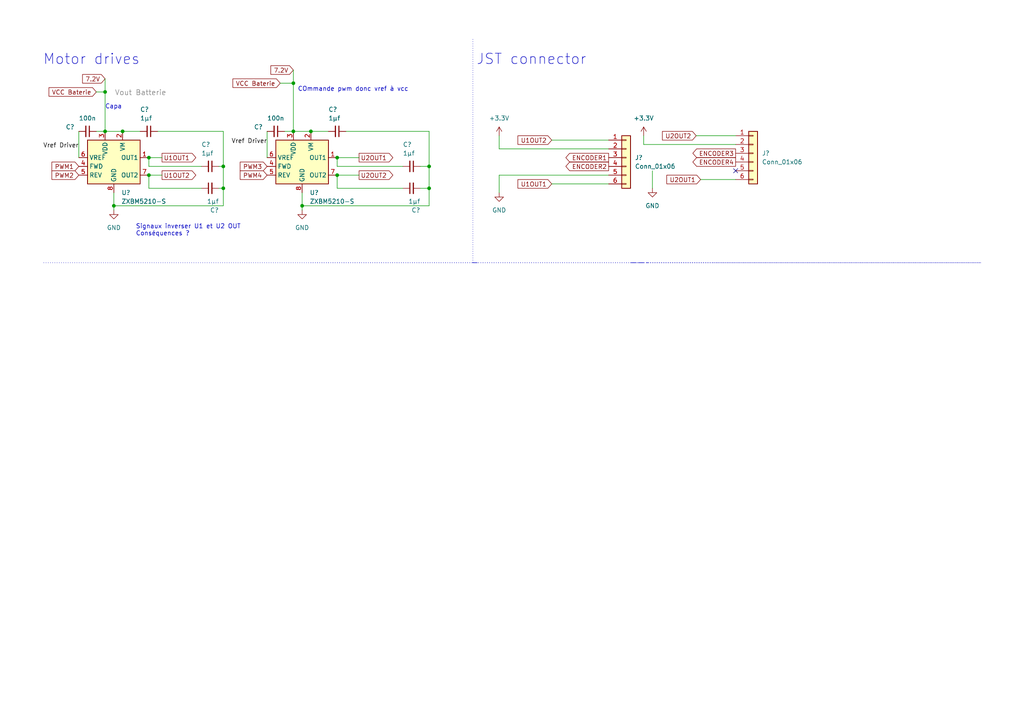
<source format=kicad_sch>
(kicad_sch (version 20230121) (generator eeschema)
  (paper "A4")
  (lib_symbols
    (symbol "Connector_Generic:Conn_01x06" (pin_names (offset 1.016) hide)
      (property "Reference" "J" (at 0 7.62 0))
      (property "Value" "Conn_01x06" (at 0 -10.16 0))
      (symbol "Conn_01x06_1_1"
        (rectangle (start -1.27 -7.493) (end 0 -7.747) (stroke (width 0.1524)))
        (rectangle (start -1.27 -4.953) (end 0 -5.207) (stroke (width 0.1524)))
        (rectangle (start -1.27 -2.413) (end 0 -2.667) (stroke (width 0.1524)))
        (rectangle (start -1.27 0.127) (end 0 -0.127) (stroke (width 0.1524)))
        (rectangle (start -1.27 2.667) (end 0 2.413) (stroke (width 0.1524)))
        (rectangle (start -1.27 5.207) (end 0 4.953) (stroke (width 0.1524)))
        (rectangle (start -1.27 6.35) (end 1.27 -8.89) (stroke (width 0.254)) (fill (type background)))
        (pin passive line (at -5.08 5.08 0) (length 3.81) (name "Pin_1") (number "1"))
        (pin passive line (at -5.08 2.54 0) (length 3.81) (name "Pin_2") (number "2"))
        (pin passive line (at -5.08 0 0) (length 3.81) (name "Pin_3") (number "3"))
        (pin passive line (at -5.08 -2.54 0) (length 3.81) (name "Pin_4") (number "4"))
        (pin passive line (at -5.08 -5.08 0) (length 3.81) (name "Pin_5") (number "5"))
        (pin passive line (at -5.08 -7.62 0) (length 3.81) (name "Pin_6") (number "6"))
      )
    )
    (symbol "Device:C_Small" (pin_numbers hide) (pin_names (offset 0.254) hide)
      (property "Reference" "C" (at 0.254 1.778 0))
      (property "Value" "C_Small" (at 0.254 -2.032 0))
      (symbol "C_Small_0_1"
        (polyline (pts (xy -1.524 -0.508) (xy 1.524 -0.508)) (stroke (width 0.3302)))
        (polyline (pts (xy -1.524 0.508) (xy 1.524 0.508)) (stroke (width 0.3048)))
      )
      (symbol "C_Small_1_1"
        (pin passive line (at 0 2.54 270) (length 2.032) (name "~") (number "1"))
        (pin passive line (at 0 -2.54 90) (length 2.032) (name "~") (number "2"))
      )
    )
    (symbol "Driver_Motor:ZXBM5210-S"
      (property "Reference" "U" (at -7.62 8.89 0))
      (property "Value" "ZXBM5210-S" (at 10.16 8.89 0))
      (symbol "ZXBM5210-S_0_0"
        (pin output line (at 10.16 2.54 180) (length 2.54) (name "OUT1") (number "1"))
        (pin power_in line (at 2.54 10.16 270) (length 2.54) (name "VM") (number "2"))
        (pin power_in line (at -2.54 10.16 270) (length 2.54) (name "VDD") (number "3"))
        (pin input line (at -10.16 0 0) (length 2.54) (name "FWD") (number "4"))
        (pin input line (at -10.16 -2.54 0) (length 2.54) (name "REV") (number "5"))
        (pin input line (at -10.16 2.54 0) (length 2.54) (name "VREF") (number "6"))
        (pin output line (at 10.16 -2.54 180) (length 2.54) (name "OUT2") (number "7"))
        (pin power_in line (at 0 -7.62 90) (length 2.54) (name "GND") (number "8"))
      )
      (symbol "ZXBM5210-S_0_1"
        (rectangle (start -7.62 7.62) (end 7.62 -5.08) (stroke (width 0.254)) (fill (type background)))
      )
    )
    (symbol "power:+3.3V" (power) (pin_names (offset 0))
      (property "Value" "+3.3V" (at 0 3.556 0))
      (symbol "+3.3V_0_1"
        (polyline (pts (xy -0.762 1.27) (xy 0 2.54)))
        (polyline (pts (xy 0 0) (xy 0 2.54)))
        (polyline (pts (xy 0 2.54) (xy 0.762 1.27)))
      )
      (symbol "+3.3V_1_1"
        (pin power_in line (at 0 0 90) (length 0) hide (name "+3.3V") (number "1"))
      )
    )
    (symbol "power:GND" (power) (pin_names (offset 0))
      (property "Value" "GND" (at 0 -3.81 0))
      (symbol "GND_0_1"
        (polyline (pts (xy 0 0) (xy 0 -1.27) (xy 1.27 -1.27) (xy 0 -2.54) (xy -1.27 -1.27) (xy 0 -1.27)))
      )
      (symbol "GND_1_1"
        (pin power_in line (at 0 0 270) (length 0) hide (name "GND") (number "1"))
      )
    )
  )
  (junction (at 64.77 54.61))
  (junction (at 97.79 45.72))
  (junction (at 33.02 59.69))
  (junction (at 43.18 45.72))
  (junction (at 30.48 38.1))
  (junction (at 97.79 50.8))
  (junction (at 124.46 48.26))
  (junction (at 124.46 54.61))
  (junction (at 87.63 59.69))
  (junction (at 85.09 24.13))
  (junction (at 43.18 50.8))
  (junction (at 85.09 38.1))
  (junction (at 64.77 48.26))
  (junction (at 30.48 26.67))
  (junction (at 35.56 38.1))
  (junction (at 90.17 38.1))
  (no_connect (at 213.36 49.53))
  (wire (pts (xy 30.48 26.67) (xy 30.48 38.1)))
  (wire (pts (xy 121.92 48.26) (xy 124.46 48.26)))
  (wire (pts (xy 64.77 48.26) (xy 64.77 54.61)))
  (wire (pts (xy 201.93 39.37) (xy 213.36 39.37)))
  (wire (pts (xy 186.69 41.91) (xy 213.36 41.91)))
  (wire (pts (xy 43.18 48.26) (xy 58.42 48.26)))
  (polyline (pts (xy 12.7 76.2) (xy 284.48 76.2)) (stroke (width 0) (type dot)))
  (wire (pts (xy 46.99 50.8) (xy 43.18 50.8)))
  (wire (pts (xy 160.02 40.64) (xy 176.53 40.64)))
  (wire (pts (xy 176.53 50.8) (xy 144.78 50.8)))
  (wire (pts (xy 160.02 53.34) (xy 176.53 53.34)))
  (wire (pts (xy 87.63 59.69) (xy 87.63 55.88)))
  (polyline (pts (xy 137.16 76.2) (xy 138.43 76.2)))
  (wire (pts (xy 64.77 54.61) (xy 64.77 59.69)))
  (wire (pts (xy 97.79 45.72) (xy 97.79 48.26)))
  (polyline (pts (xy 212.09 76.2) (xy 284.48 76.2)) (stroke (width 0) (type dot)))
  (wire (pts (xy 203.2 52.07) (xy 213.36 52.07)))
  (wire (pts (xy 30.48 22.86) (xy 30.48 26.67)))
  (wire (pts (xy 43.18 50.8) (xy 43.18 54.61)))
  (wire (pts (xy 43.18 54.61) (xy 58.42 54.61)))
  (wire (pts (xy 22.86 45.72) (xy 22.86 38.1)))
  (wire (pts (xy 104.14 50.8) (xy 97.79 50.8)))
  (wire (pts (xy 30.48 38.1) (xy 35.56 38.1)))
  (wire (pts (xy 144.78 50.8) (xy 144.78 55.88)))
  (wire (pts (xy 104.14 45.72) (xy 97.79 45.72)))
  (wire (pts (xy 121.92 54.61) (xy 124.46 54.61)))
  (polyline (pts (xy 187.96 76.2) (xy 207.01 76.2)) (stroke (width 0) (type dot)))
  (wire (pts (xy 85.09 24.13) (xy 85.09 38.1)))
  (wire (pts (xy 45.72 38.1) (xy 64.77 38.1)))
  (wire (pts (xy 186.69 39.37) (xy 186.69 41.91)))
  (wire (pts (xy 63.5 54.61) (xy 64.77 54.61)))
  (wire (pts (xy 124.46 48.26) (xy 124.46 54.61)))
  (wire (pts (xy 87.63 60.96) (xy 87.63 59.69)))
  (wire (pts (xy 97.79 50.8) (xy 97.79 54.61)))
  (wire (pts (xy 85.09 20.32) (xy 85.09 24.13)))
  (wire (pts (xy 43.18 45.72) (xy 43.18 48.26)))
  (polyline (pts (xy 182.88 76.2) (xy 187.96 76.2)) (stroke (width 0) (type dash)))
  (wire (pts (xy 64.77 59.69) (xy 33.02 59.69)))
  (wire (pts (xy 64.77 38.1) (xy 64.77 48.26)))
  (wire (pts (xy 90.17 38.1) (xy 95.25 38.1)))
  (polyline (pts (xy 90.17 76.2) (xy 284.48 76.2)) (stroke (width 0) (type dot)))
  (wire (pts (xy 33.02 60.96) (xy 33.02 59.69)))
  (wire (pts (xy 85.09 38.1) (xy 90.17 38.1)))
  (wire (pts (xy 46.99 45.72) (xy 43.18 45.72)))
  (wire (pts (xy 27.94 26.67) (xy 30.48 26.67)))
  (wire (pts (xy 77.47 45.72) (xy 77.47 38.1)))
  (polyline (pts (xy 137.16 11.43) (xy 137.16 76.2)) (stroke (width 0) (type dot)))
  (wire (pts (xy 33.02 59.69) (xy 33.02 55.88)))
  (wire (pts (xy 82.55 38.1) (xy 85.09 38.1)))
  (wire (pts (xy 63.5 48.26) (xy 64.77 48.26)))
  (wire (pts (xy 124.46 59.69) (xy 87.63 59.69)))
  (wire (pts (xy 124.46 54.61) (xy 124.46 59.69)))
  (wire (pts (xy 144.78 43.18) (xy 144.78 39.37)))
  (wire (pts (xy 97.79 48.26) (xy 116.84 48.26)))
  (wire (pts (xy 189.23 49.53) (xy 189.23 54.61)))
  (wire (pts (xy 35.56 38.1) (xy 40.64 38.1)))
  (polyline (pts (xy 207.01 76.2) (xy 212.09 76.2)) (stroke (width 0) (type dot)))
  (wire (pts (xy 81.28 24.13) (xy 85.09 24.13)))
  (wire (pts (xy 100.33 38.1) (xy 124.46 38.1)))
  (wire (pts (xy 27.94 38.1) (xy 30.48 38.1)))
  (wire (pts (xy 97.79 54.61) (xy 116.84 54.61)))
  (wire (pts (xy 176.53 43.18) (xy 144.78 43.18)))
  (wire (pts (xy 124.46 38.1) (xy 124.46 48.26)))
  (text "JST connector" (at 170.18 19.05 0) (effects (font (size 3 3)) (justify right bottom)))
  (text "Capa\n" (at 30.48 31.75 0) (effects (font (size 1.27 1.27)) (justify left bottom)))
  (text "Vout Batterie" (at 48.26 27.94 0) (effects (font (size 1.5 1.5)) (justify right bottom)))
  (text "Signaux inverser U1 et U2 OUT \nConséquences ?" (at 39.37 68.58 0) (effects (font (size 1.27 1.27)) (justify left bottom)))
  (text "COmmande pwm donc vref à vcc\n" (at 86.36 26.67 0) (effects (font (size 1.27 1.27)) (justify left bottom)))
  (text "Motor drives" (at 40.64 19.05 0) (effects (font (size 3 3)) (justify right bottom)))
  (label "Vref Driver" (at 77.47 41.91 180))
  (label "Vref Driver" (at 22.86 43.18 180))
  (global_label "7.2V" (shape input) (at 30.48 22.86 180) (property "Intersheetrefs" "${INTERSHEET_REFS}" (effects hide)))
  (global_label "PWM2" (shape input) (at 22.86 50.8 180) (property "Intersheetrefs" "${INTERSHEET_REFS}" (effects hide)))
  (global_label "ENCODER3" (shape output) (at 213.36 44.45 180) (property "Intersheetrefs" "${INTERSHEET_REFS}" (effects hide)))
  (global_label "ENCODER2" (shape output) (at 176.53 48.26 180) (property "Intersheetrefs" "${INTERSHEET_REFS}" (effects hide)))
  (global_label "PWM4" (shape input) (at 77.47 50.8 180) (property "Intersheetrefs" "${INTERSHEET_REFS}" (effects hide)))
  (global_label "U1OUT2" (shape output) (at 46.99 50.8 0) (property "Intersheetrefs" "${INTERSHEET_REFS}" (effects hide)))
  (global_label "U1OUT1" (shape output) (at 46.99 45.72 0) (property "Intersheetrefs" "${INTERSHEET_REFS}" (effects hide)))
  (global_label "U2OUT1" (shape input) (at 203.2 52.07 180) (property "Intersheetrefs" "${INTERSHEET_REFS}" (effects hide)))
  (global_label "VCC Baterie" (shape input) (at 81.28 24.13 180) (property "Intersheetrefs" "${INTERSHEET_REFS}" (effects hide)))
  (global_label "PWM1" (shape input) (at 22.86 48.26 180) (property "Intersheetrefs" "${INTERSHEET_REFS}" (effects hide)))
  (global_label "U2OUT2" (shape output) (at 104.14 50.8 0) (property "Intersheetrefs" "${INTERSHEET_REFS}" (effects hide)))
  (global_label "7.2V" (shape input) (at 85.09 20.32 180) (property "Intersheetrefs" "${INTERSHEET_REFS}" (effects hide)))
  (global_label "ENCODER4" (shape output) (at 213.36 46.99 180) (property "Intersheetrefs" "${INTERSHEET_REFS}" (effects hide)))
  (global_label "U2OUT1" (shape output) (at 104.14 45.72 0) (property "Intersheetrefs" "${INTERSHEET_REFS}" (effects hide)))
  (global_label "ENCODER1" (shape output) (at 176.53 45.72 180) (property "Intersheetrefs" "${INTERSHEET_REFS}" (effects hide)))
  (global_label "PWM3" (shape input) (at 77.47 48.26 180) (property "Intersheetrefs" "${INTERSHEET_REFS}" (effects hide)))
  (global_label "U2OUT2" (shape input) (at 201.93 39.37 180) (property "Intersheetrefs" "${INTERSHEET_REFS}" (effects hide)))
  (global_label "VCC Baterie" (shape input) (at 27.94 26.67 180) (property "Intersheetrefs" "${INTERSHEET_REFS}" (effects hide)))
  (global_label "U1OUT1" (shape input) (at 160.02 53.34 180) (property "Intersheetrefs" "${INTERSHEET_REFS}" (effects hide)))
  (global_label "U1OUT2" (shape input) (at 160.02 40.64 180) (property "Intersheetrefs" "${INTERSHEET_REFS}" (effects hide)))
  (symbol (lib_id "Connector_Generic:Conn_01x06") (at 218.44 44.45 0) (unit 1)
    (property "Reference" "J?" (at 220.98 44.45 0) (effects (justify left)))
    (property "Value" "Conn_01x06" (at 220.98 46.99 0) (effects (justify left)))
    (property "Footprint" "Connector_JST:JST_XH_S6B-XH-A_1x06_P2.50mm_Horizontal" (effects hide))
    (instances (project "projet moi" (path "" (reference "J?") (unit 1)) (path "" (reference "J11") (unit 1))) (project "moteur" (path "" (reference "J?") (unit 1))))
  )
  (symbol (lib_id "Device:C_Small") (at 119.38 54.61 90) (unit 1)
    (property "Reference" "C?" (at 121.92 60.9537 90) (effects (justify left)))
    (property "Value" "1µf" (at 121.92 58.4137 90) (effects (justify left)))
    (property "Footprint" "Capacitor_SMD:C_0603_1608Metric_Pad1.08x0.95mm_HandSolder" (effects hide))
    (instances (project "projet moi" (path "" (reference "C?") (unit 1)) (path "" (reference "C25") (unit 1))) (project "moteur" (path "" (reference "C?") (unit 1))))
  )
  (symbol (lib_id "Device:C_Small") (at 97.79 38.1 270) (unit 1)
    (property "Reference" "C?" (at 95.25 31.7563 90) (effects (justify left)))
    (property "Value" "1µf" (at 95.25 34.2963 90) (effects (justify left)))
    (property "Footprint" "Capacitor_SMD:C_0603_1608Metric_Pad1.08x0.95mm_HandSolder" (effects hide))
    (instances (project "projet moi" (path "" (reference "C?") (unit 1)) (path "" (reference "C23") (unit 1))) (project "moteur" (path "" (reference "C?") (unit 1))))
  )
  (symbol (lib_id "power:+3.3V") (at 186.69 39.37 0) (unit 1)
    (property "Reference" "#PWR06" (effects hide))
    (property "Value" "+3.3V" (at 186.69 34.29 0))
    (instances (project "projet moi" (path "" (reference "#PWR06") (unit 1)) (path "" (reference "#PWR048") (unit 1))) (project "Microp_project_chat" (path "" (reference "#PWR?") (unit 1))))
  )
  (symbol (lib_id "Device:C_Small") (at 43.18 38.1 270) (unit 1)
    (property "Reference" "C?" (at 40.64 31.7563 90) (effects (justify left)))
    (property "Value" "1µf" (at 40.64 34.2963 90) (effects (justify left)))
    (property "Footprint" "Capacitor_SMD:C_0603_1608Metric_Pad1.08x0.95mm_HandSolder" (effects hide))
    (instances (project "projet moi" (path "" (reference "C?") (unit 1)) (path "" (reference "C20") (unit 1))) (project "moteur" (path "" (reference "C?") (unit 1))))
  )
  (symbol (lib_id "power:GND") (at 144.78 55.88 0) (unit 1)
    (property "Reference" "#PWR047" (effects hide))
    (property "Value" "GND" (at 144.78 60.96 0))
    (instances (project "projet moi" (path "" (reference "#PWR047") (unit 1))) (project "moteur" (path "" (reference "#PWR?") (unit 1))))
  )
  (symbol (lib_id "power:+3.3V") (at 144.78 39.37 0) (unit 1)
    (property "Reference" "#PWR06" (effects hide))
    (property "Value" "+3.3V" (at 144.78 34.29 0))
    (instances (project "projet moi" (path "" (reference "#PWR06") (unit 1)) (path "" (reference "#PWR046") (unit 1))) (project "Microp_project_chat" (path "" (reference "#PWR?") (unit 1))))
  )
  (symbol (lib_id "Connector_Generic:Conn_01x06") (at 181.61 45.72 0) (unit 1)
    (property "Reference" "J?" (at 184.15 45.72 0) (effects (justify left)))
    (property "Value" "Conn_01x06" (at 184.15 48.26 0) (effects (justify left)))
    (property "Footprint" "Connector_JST:JST_XH_S6B-XH-A_1x06_P2.50mm_Horizontal" (effects hide))
    (instances (project "projet moi" (path "" (reference "J?") (unit 1)) (path "" (reference "J10") (unit 1))) (project "moteur" (path "" (reference "J?") (unit 1))))
  )
  (symbol (lib_id "Device:C_Small") (at 119.38 48.26 270) (unit 1)
    (property "Reference" "C?" (at 116.84 41.9163 90) (effects (justify left)))
    (property "Value" "1µf" (at 116.84 44.4563 90) (effects (justify left)))
    (property "Footprint" "Capacitor_SMD:C_0603_1608Metric_Pad1.08x0.95mm_HandSolder" (effects hide))
    (instances (project "projet moi" (path "" (reference "C?") (unit 1)) (path "" (reference "C24") (unit 1))) (project "moteur" (path "" (reference "C?") (unit 1))))
  )
  (symbol (lib_id "power:GND") (at 189.23 54.61 0) (unit 1)
    (property "Reference" "#PWR049" (effects hide))
    (property "Value" "GND" (at 189.23 59.69 0))
    (instances (project "projet moi" (path "" (reference "#PWR049") (unit 1))) (project "moteur" (path "" (reference "#PWR?") (unit 1))))
  )
  (symbol (lib_id "Device:C_Small") (at 25.4 38.1 270) (unit 1)
    (property "Reference" "C?" (at 19.05 36.83 90) (effects (justify left)))
    (property "Value" "100n" (at 22.86 34.2963 90) (effects (justify left)))
    (property "Footprint" "Capacitor_SMD:C_0603_1608Metric_Pad1.08x0.95mm_HandSolder" (effects hide))
    (instances (project "projet moi" (path "" (reference "C?") (unit 1)) (path "" (reference "C27") (unit 1))) (project "moteur" (path "" (reference "C?") (unit 1))))
  )
  (symbol (lib_id "Device:C_Small") (at 60.96 48.26 270) (unit 1)
    (property "Reference" "C?" (at 58.42 41.9163 90) (effects (justify left)))
    (property "Value" "1µf" (at 58.42 44.4563 90) (effects (justify left)))
    (property "Footprint" "Capacitor_SMD:C_0603_1608Metric_Pad1.08x0.95mm_HandSolder" (effects hide))
    (instances (project "projet moi" (path "" (reference "C?") (unit 1)) (path "" (reference "C21") (unit 1))) (project "moteur" (path "" (reference "C?") (unit 1))))
  )
  (symbol (lib_id "power:GND") (at 33.02 60.96 0) (unit 1)
    (property "Reference" "#PWR044" (effects hide))
    (property "Value" "GND" (at 33.02 66.04 0))
    (instances (project "projet moi" (path "" (reference "#PWR044") (unit 1))) (project "moteur" (path "" (reference "#PWR?") (unit 1))))
  )
  (symbol (lib_id "Driver_Motor:ZXBM5210-S") (at 33.02 48.26 0) (unit 1)
    (property "Reference" "U?" (at 35.2141 55.88 0) (effects (justify left)))
    (property "Value" "ZXBM5210-S" (at 35.2141 58.42 0) (effects (justify left)))
    (property "Footprint" "Package_SO:SOIC-8_3.9x4.9mm_P1.27mm" (effects hide))
    (property "Datasheet" "https://www.diodes.com/assets/Datasheets/ZXBM5210.pdf" (effects hide))
    (instances (project "projet moi" (path "" (reference "U?") (unit 1)) (path "" (reference "U3") (unit 1))) (project "moteur" (path "" (reference "U?") (unit 1))))
  )
  (symbol (lib_id "Driver_Motor:ZXBM5210-S") (at 87.63 48.26 0) (unit 1)
    (property "Reference" "U?" (at 89.8241 55.88 0) (effects (justify left)))
    (property "Value" "ZXBM5210-S" (at 89.8241 58.42 0) (effects (justify left)))
    (property "Footprint" "Package_SO:SOIC-8_3.9x4.9mm_P1.27mm" (effects hide))
    (property "Datasheet" "https://www.diodes.com/assets/Datasheets/ZXBM5210.pdf" (effects hide))
    (instances (project "projet moi" (path "" (reference "U?") (unit 1)) (path "" (reference "U4") (unit 1))) (project "moteur" (path "" (reference "U?") (unit 1))))
  )
  (symbol (lib_id "Device:C_Small") (at 60.96 54.61 90) (unit 1)
    (property "Reference" "C?" (at 63.5 60.9537 90) (effects (justify left)))
    (property "Value" "1µf" (at 63.5 58.4137 90) (effects (justify left)))
    (property "Footprint" "Capacitor_SMD:C_0603_1608Metric_Pad1.08x0.95mm_HandSolder" (effects hide))
    (instances (project "projet moi" (path "" (reference "C?") (unit 1)) (path "" (reference "C22") (unit 1))) (project "moteur" (path "" (reference "C?") (unit 1))))
  )
  (symbol (lib_id "Device:C_Small") (at 80.01 38.1 270) (unit 1)
    (property "Reference" "C?" (at 73.66 36.83 90) (effects (justify left)))
    (property "Value" "100n" (at 77.47 34.2963 90) (effects (justify left)))
    (property "Footprint" "Capacitor_SMD:C_0603_1608Metric_Pad1.08x0.95mm_HandSolder" (effects hide))
    (instances (project "projet moi" (path "" (reference "C?") (unit 1)) (path "" (reference "C28") (unit 1))) (project "moteur" (path "" (reference "C?") (unit 1))))
  )
  (symbol (lib_id "power:GND") (at 87.63 60.96 0) (unit 1)
    (property "Reference" "#PWR045" (effects hide))
    (property "Value" "GND" (at 87.63 66.04 0))
    (instances (project "projet moi" (path "" (reference "#PWR045") (unit 1))) (project "moteur" (path "" (reference "#PWR?") (unit 1))))
  )
)
</source>
